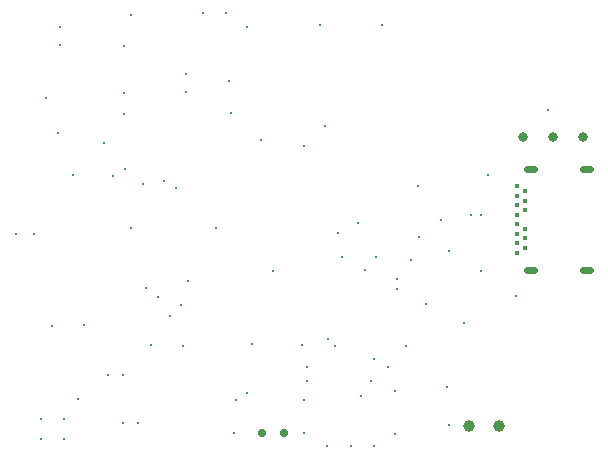
<source format=gbr>
%TF.GenerationSoftware,KiCad,Pcbnew,9.0.3*%
%TF.CreationDate,2025-07-30T22:26:29+08:00*%
%TF.ProjectId,airspeed_BIO,61697273-7065-4656-945f-42494f2e6b69,rev?*%
%TF.SameCoordinates,Original*%
%TF.FileFunction,Plated,1,2,PTH,Mixed*%
%TF.FilePolarity,Positive*%
%FSLAX46Y46*%
G04 Gerber Fmt 4.6, Leading zero omitted, Abs format (unit mm)*
G04 Created by KiCad (PCBNEW 9.0.3) date 2025-07-30 22:26:29*
%MOMM*%
%LPD*%
G01*
G04 APERTURE LIST*
%TA.AperFunction,ViaDrill*%
%ADD10C,0.300000*%
%TD*%
%TA.AperFunction,ComponentDrill*%
%ADD11C,0.400000*%
%TD*%
G04 aperture for slot hole*
%TA.AperFunction,ComponentDrill*%
%ADD12C,0.600000*%
%TD*%
%TA.AperFunction,ComponentDrill*%
%ADD13C,0.700000*%
%TD*%
%TA.AperFunction,ComponentDrill*%
%ADD14C,0.800000*%
%TD*%
%TA.AperFunction,ComponentDrill*%
%ADD15C,1.000000*%
%TD*%
G04 APERTURE END LIST*
D10*
X99500000Y-81000000D03*
X101000000Y-81000000D03*
X101600000Y-96700000D03*
X101600000Y-98400000D03*
X102000000Y-69500000D03*
X102500000Y-88800000D03*
X103000000Y-72500000D03*
X103200000Y-63500000D03*
X103200000Y-65000000D03*
X103500000Y-96700000D03*
X103500000Y-98400000D03*
X104287500Y-76012500D03*
X104700000Y-95000000D03*
X105200000Y-88700000D03*
X106900000Y-73300000D03*
X107270000Y-92960000D03*
X107700000Y-76100000D03*
X108500000Y-97000000D03*
X108540000Y-92960000D03*
X108600000Y-65100000D03*
X108600000Y-69100000D03*
X108600000Y-70900000D03*
X108700000Y-75500000D03*
X109200000Y-62500000D03*
X109200000Y-80500000D03*
X109800000Y-97000000D03*
X110200000Y-76800000D03*
X110500000Y-85600000D03*
X110900000Y-90400000D03*
X111500000Y-86400000D03*
X112000000Y-76500000D03*
X112500000Y-88000000D03*
X113000000Y-77100000D03*
X113434313Y-87000000D03*
X113600000Y-90500000D03*
X113900000Y-67500000D03*
X113900000Y-69000000D03*
X114000000Y-85000000D03*
X115300000Y-62300000D03*
X116400000Y-80500000D03*
X117300000Y-62300000D03*
X117500000Y-68100000D03*
X117700000Y-70800000D03*
X117900000Y-97900000D03*
X118100000Y-95100000D03*
X119000000Y-63500000D03*
X119000000Y-94500000D03*
X119500000Y-90300000D03*
X120200000Y-73050000D03*
X121200000Y-84200000D03*
X123700000Y-90400000D03*
X123900000Y-73600000D03*
X123900000Y-95100000D03*
X123900000Y-97900000D03*
X124100000Y-92300000D03*
X124100000Y-93500000D03*
X125200000Y-63300000D03*
X125600000Y-71900000D03*
X125800000Y-99000000D03*
X125900000Y-89900000D03*
X126500000Y-90500000D03*
X126700000Y-80900000D03*
X127100000Y-83000000D03*
X127800000Y-99000000D03*
X128400000Y-80100000D03*
X128700000Y-94700000D03*
X129000000Y-84100000D03*
X129500000Y-93500000D03*
X129799000Y-91650000D03*
X129800000Y-99000000D03*
X129950000Y-83000000D03*
X130500000Y-63300000D03*
X131000000Y-92300000D03*
X131600000Y-94300000D03*
X131600000Y-98000000D03*
X131700000Y-84800000D03*
X131700000Y-85700000D03*
X132500000Y-90500000D03*
X132900000Y-83200000D03*
X133500000Y-77000000D03*
X133600000Y-81300000D03*
X134200000Y-86925000D03*
X135482500Y-79800000D03*
X136000000Y-94000000D03*
X136100000Y-97200000D03*
X136150000Y-82500000D03*
X137400000Y-88600000D03*
X137982500Y-79400000D03*
X138874620Y-84174620D03*
X138882500Y-79450000D03*
X139400000Y-76000000D03*
X141800000Y-86275000D03*
X144500000Y-70500000D03*
D11*
%TO.C,J1*%
X141900000Y-77000000D03*
X141900000Y-77800000D03*
X141900000Y-78600000D03*
X141900000Y-79400000D03*
X141900000Y-80200000D03*
X141900000Y-81000000D03*
X141900000Y-81800000D03*
X141900000Y-82600000D03*
X142600000Y-77400000D03*
X142600000Y-78200000D03*
X142600000Y-79000000D03*
X142600000Y-80600000D03*
X142600000Y-81400000D03*
X142600000Y-82200000D03*
D12*
X143350000Y-75530000D02*
X142750000Y-75530000D01*
X143350000Y-84070000D02*
X142750000Y-84070000D01*
X148080000Y-75530000D02*
X147480000Y-75530000D01*
X148080000Y-84070000D02*
X147480000Y-84070000D01*
D13*
%TO.C,TH1*%
X120295000Y-97900000D03*
X122195000Y-97900000D03*
D14*
%TO.C,SW1*%
X142442500Y-72800000D03*
X144982500Y-72800000D03*
X147522500Y-72800000D03*
D15*
%TO.C,J3*%
X137850000Y-97250000D03*
X140350000Y-97250000D03*
M02*

</source>
